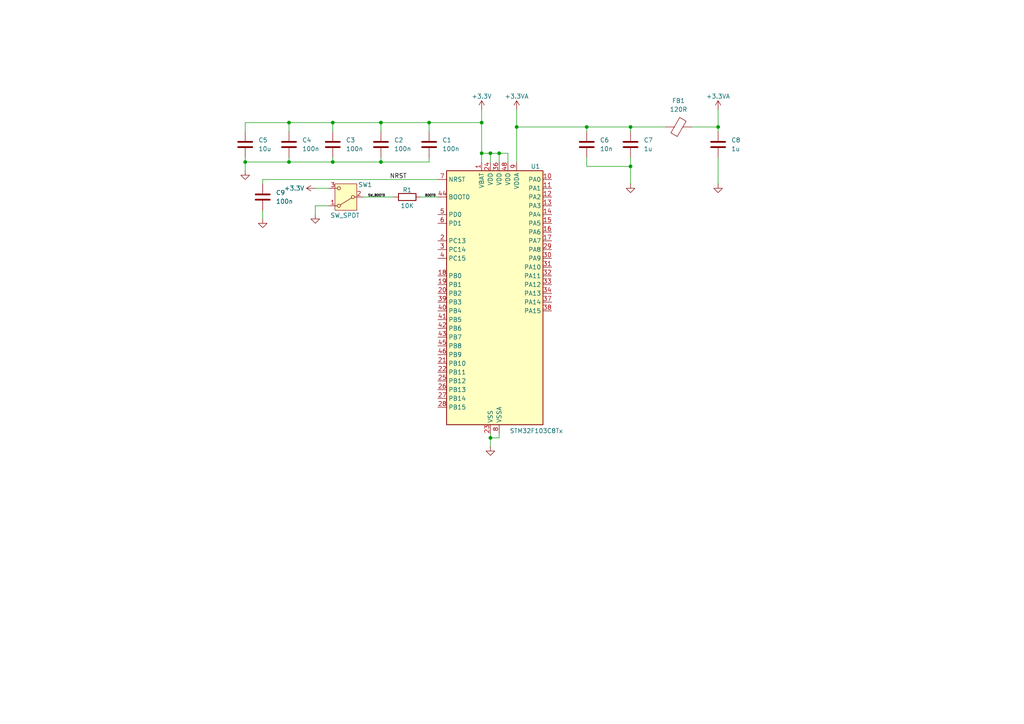
<source format=kicad_sch>
(kicad_sch (version 20231120) (generator "eeschema") (generator_version "8.0")
  (paper "A4")
  (lib_symbols
    (symbol "Device:C" (pin_numbers hide) (pin_names (offset 0.254))
      (property "Reference" "C" (at 0.635 2.54 0))
      (property "Value" "C" (at 0.635 -2.54 0))
      (symbol "C_0_1"
        (polyline (pts (xy -2.032 -0.762) (xy 2.032 -0.762)) (stroke (width 0.508)))
        (polyline (pts (xy -2.032 0.762) (xy 2.032 0.762)) (stroke (width 0.508)))
      )
      (symbol "C_1_1"
        (pin passive line (at 0 3.81 270) (length 2.794) (name "~") (number "1"))
        (pin passive line (at 0 -3.81 90) (length 2.794) (name "~") (number "2"))
      )
    )
    (symbol "Device:FerriteBead" (pin_numbers hide) (pin_names (offset 0))
      (property "Reference" "FB" (at -3.81 0.635 90))
      (property "Value" "FerriteBead" (at 3.81 0 90))
      (symbol "FerriteBead_0_1"
        (polyline (pts (xy 0 -1.27) (xy 0 -1.2192)))
        (polyline (pts (xy 0 1.27) (xy 0 1.2954)))
        (polyline (pts (xy -2.7686 0.4064) (xy -1.7018 2.2606) (xy 2.7686 -0.3048) (xy 1.6764 -2.159) (xy -2.7686 0.4064)))
      )
      (symbol "FerriteBead_1_1"
        (pin passive line (at 0 3.81 270) (length 2.54) (name "~") (number "1"))
        (pin passive line (at 0 -3.81 90) (length 2.54) (name "~") (number "2"))
      )
    )
    (symbol "Device:R" (pin_numbers hide) (pin_names (offset 0))
      (property "Reference" "R" (at 2.032 0 90))
      (property "Value" "R" (at 0 0 90))
      (symbol "R_0_1"
        (rectangle (start -1.016 -2.54) (end 1.016 2.54) (stroke (width 0.254)))
      )
      (symbol "R_1_1"
        (pin passive line (at 0 3.81 270) (length 1.27) (name "~") (number "1"))
        (pin passive line (at 0 -3.81 90) (length 1.27) (name "~") (number "2"))
      )
    )
    (symbol "MCU_ST_STM32F1:STM32F103C8Tx"
      (property "Reference" "U" (at -12.7 39.37 0))
      (property "Value" "STM32F103C8Tx" (at 10.16 39.37 0))
      (symbol "STM32F103C8Tx_0_1"
        (rectangle (start -12.7 -35.56) (end 15.24 38.1) (stroke (width 0.254)) (fill (type background)))
      )
      (symbol "STM32F103C8Tx_1_1"
        (pin power_in line (at -2.54 40.64 270) (length 2.54) (name "VBAT") (number "1"))
        (pin bidirectional line (at 17.78 35.56 180) (length 2.54) (name "PA0") (number "10"))
        (pin bidirectional line (at 17.78 33.02 180) (length 2.54) (name "PA1") (number "11"))
        (pin bidirectional line (at 17.78 30.48 180) (length 2.54) (name "PA2") (number "12"))
        (pin bidirectional line (at 17.78 27.94 180) (length 2.54) (name "PA3") (number "13"))
        (pin bidirectional line (at 17.78 25.4 180) (length 2.54) (name "PA4") (number "14"))
        (pin bidirectional line (at 17.78 22.86 180) (length 2.54) (name "PA5") (number "15"))
        (pin bidirectional line (at 17.78 20.32 180) (length 2.54) (name "PA6") (number "16"))
        (pin bidirectional line (at 17.78 17.78 180) (length 2.54) (name "PA7") (number "17"))
        (pin bidirectional line (at -15.24 7.62 0) (length 2.54) (name "PB0") (number "18"))
        (pin bidirectional line (at -15.24 5.08 0) (length 2.54) (name "PB1") (number "19"))
        (pin bidirectional line (at -15.24 17.78 0) (length 2.54) (name "PC13") (number "2"))
        (pin bidirectional line (at -15.24 2.54 0) (length 2.54) (name "PB2") (number "20"))
        (pin bidirectional line (at -15.24 -17.78 0) (length 2.54) (name "PB10") (number "21"))
        (pin bidirectional line (at -15.24 -20.32 0) (length 2.54) (name "PB11") (number "22"))
        (pin power_in line (at 0 -38.1 90) (length 2.54) (name "VSS") (number "23"))
        (pin power_in line (at 0 40.64 270) (length 2.54) (name "VDD") (number "24"))
        (pin bidirectional line (at -15.24 -22.86 0) (length 2.54) (name "PB12") (number "25"))
        (pin bidirectional line (at -15.24 -25.4 0) (length 2.54) (name "PB13") (number "26"))
        (pin bidirectional line (at -15.24 -27.94 0) (length 2.54) (name "PB14") (number "27"))
        (pin bidirectional line (at -15.24 -30.48 0) (length 2.54) (name "PB15") (number "28"))
        (pin bidirectional line (at 17.78 15.24 180) (length 2.54) (name "PA8") (number "29"))
        (pin bidirectional line (at -15.24 15.24 0) (length 2.54) (name "PC14") (number "3"))
        (pin bidirectional line (at 17.78 12.7 180) (length 2.54) (name "PA9") (number "30"))
        (pin bidirectional line (at 17.78 10.16 180) (length 2.54) (name "PA10") (number "31"))
        (pin bidirectional line (at 17.78 7.62 180) (length 2.54) (name "PA11") (number "32"))
        (pin bidirectional line (at 17.78 5.08 180) (length 2.54) (name "PA12") (number "33"))
        (pin bidirectional line (at 17.78 2.54 180) (length 2.54) (name "PA13") (number "34"))
        (pin passive line (at 0 -38.1 90) (length 2.54) hide (name "VSS") (number "35"))
        (pin power_in line (at 2.54 40.64 270) (length 2.54) (name "VDD") (number "36"))
        (pin bidirectional line (at 17.78 0 180) (length 2.54) (name "PA14") (number "37"))
        (pin bidirectional line (at 17.78 -2.54 180) (length 2.54) (name "PA15") (number "38"))
        (pin bidirectional line (at -15.24 0 0) (length 2.54) (name "PB3") (number "39"))
        (pin bidirectional line (at -15.24 12.7 0) (length 2.54) (name "PC15") (number "4"))
        (pin bidirectional line (at -15.24 -2.54 0) (length 2.54) (name "PB4") (number "40"))
        (pin bidirectional line (at -15.24 -5.08 0) (length 2.54) (name "PB5") (number "41"))
        (pin bidirectional line (at -15.24 -7.62 0) (length 2.54) (name "PB6") (number "42"))
        (pin bidirectional line (at -15.24 -10.16 0) (length 2.54) (name "PB7") (number "43"))
        (pin input line (at -15.24 30.48 0) (length 2.54) (name "BOOT0") (number "44"))
        (pin bidirectional line (at -15.24 -12.7 0) (length 2.54) (name "PB8") (number "45"))
        (pin bidirectional line (at -15.24 -15.24 0) (length 2.54) (name "PB9") (number "46"))
        (pin passive line (at 0 -38.1 90) (length 2.54) hide (name "VSS") (number "47"))
        (pin power_in line (at 5.08 40.64 270) (length 2.54) (name "VDD") (number "48"))
        (pin bidirectional line (at -15.24 25.4 0) (length 2.54) (name "PD0") (number "5"))
        (pin bidirectional line (at -15.24 22.86 0) (length 2.54) (name "PD1") (number "6"))
        (pin input line (at -15.24 35.56 0) (length 2.54) (name "NRST") (number "7"))
        (pin power_in line (at 2.54 -38.1 90) (length 2.54) (name "VSSA") (number "8"))
        (pin power_in line (at 7.62 40.64 270) (length 2.54) (name "VDDA") (number "9"))
      )
    )
    (symbol "Switch:SW_SPDT" (pin_names (offset 0) hide)
      (property "Reference" "SW" (at 0 5.08 0))
      (property "Value" "SW_SPDT" (at 0 -5.08 0))
      (symbol "SW_SPDT_0_1"
        (circle (center -2.032 0) (radius 0.4572))
        (polyline (pts (xy -1.651 0.254) (xy 1.651 2.286)))
        (circle (center 2.032 -2.54) (radius 0.4572))
        (circle (center 2.032 2.54) (radius 0.4572))
      )
      (symbol "SW_SPDT_1_1"
        (rectangle (start -3.175 3.81) (end 3.175 -3.81) (fill (type background)))
        (pin passive line (at 5.08 2.54 180) (length 2.54) (name "A") (number "1"))
        (pin passive line (at -5.08 0 0) (length 2.54) (name "B") (number "2"))
        (pin passive line (at 5.08 -2.54 180) (length 2.54) (name "C") (number "3"))
      )
    )
    (symbol "power:+3.3V" (power) (pin_numbers hide) (pin_names (offset 0) hide)
      (property "Value" "+3.3V" (at 0 3.556 0))
      (symbol "+3.3V_0_1"
        (polyline (pts (xy -0.762 1.27) (xy 0 2.54)))
        (polyline (pts (xy 0 0) (xy 0 2.54)))
        (polyline (pts (xy 0 2.54) (xy 0.762 1.27)))
      )
      (symbol "+3.3V_1_1"
        (pin power_in line (at 0 0 90) (length 0) (name "~") (number "1"))
      )
    )
    (symbol "power:GND" (power) (pin_numbers hide) (pin_names (offset 0) hide)
      (property "Value" "GND" (at 0 -3.81 0))
      (symbol "GND_0_1"
        (polyline (pts (xy 0 0) (xy 0 -1.27) (xy 1.27 -1.27) (xy 0 -2.54) (xy -1.27 -1.27) (xy 0 -1.27)))
      )
      (symbol "GND_1_1"
        (pin power_in line (at 0 0 270) (length 0) (name "~") (number "1"))
      )
    )
  )
  (junction (at 124.46 35.56))
  (junction (at 142.24 127))
  (junction (at 182.88 36.83))
  (junction (at 149.86 36.83))
  (junction (at 142.24 44.45))
  (junction (at 139.7 35.56))
  (junction (at 170.18 36.83))
  (junction (at 71.12 46.99))
  (junction (at 110.49 46.99))
  (junction (at 83.82 35.56))
  (junction (at 208.28 36.83))
  (junction (at 144.78 44.45))
  (junction (at 139.7 44.45))
  (junction (at 83.82 46.99))
  (junction (at 182.88 48.26))
  (junction (at 96.52 35.56))
  (junction (at 110.49 35.56))
  (junction (at 96.52 46.99))
  (wire (pts (xy 139.7 44.45) (xy 139.7 46.99)))
  (wire (pts (xy 144.78 127) (xy 142.24 127)))
  (wire (pts (xy 142.24 125.73) (xy 142.24 127)))
  (wire (pts (xy 208.28 36.83) (xy 208.28 38.1)))
  (wire (pts (xy 142.24 44.45) (xy 144.78 44.45)))
  (wire (pts (xy 208.28 31.75) (xy 208.28 36.83)))
  (wire (pts (xy 110.49 35.56) (xy 124.46 35.56)))
  (wire (pts (xy 170.18 45.72) (xy 170.18 48.26)))
  (wire (pts (xy 182.88 48.26) (xy 182.88 45.72)))
  (wire (pts (xy 110.49 35.56) (xy 110.49 38.1)))
  (wire (pts (xy 96.52 46.99) (xy 110.49 46.99)))
  (wire (pts (xy 71.12 38.1) (xy 71.12 35.56)))
  (wire (pts (xy 144.78 44.45) (xy 147.32 44.45)))
  (wire (pts (xy 105.41 57.15) (xy 114.3 57.15)))
  (wire (pts (xy 124.46 46.99) (xy 124.46 45.72)))
  (wire (pts (xy 121.92 57.15) (xy 127 57.15)))
  (wire (pts (xy 182.88 48.26) (xy 182.88 53.34)))
  (wire (pts (xy 170.18 36.83) (xy 182.88 36.83)))
  (wire (pts (xy 142.24 44.45) (xy 142.24 46.99)))
  (wire (pts (xy 200.66 36.83) (xy 208.28 36.83)))
  (wire (pts (xy 147.32 44.45) (xy 147.32 46.99)))
  (wire (pts (xy 76.2 52.07) (xy 127 52.07)))
  (wire (pts (xy 170.18 36.83) (xy 170.18 38.1)))
  (wire (pts (xy 124.46 35.56) (xy 139.7 35.56)))
  (wire (pts (xy 182.88 36.83) (xy 182.88 38.1)))
  (wire (pts (xy 144.78 125.73) (xy 144.78 127)))
  (wire (pts (xy 96.52 35.56) (xy 110.49 35.56)))
  (wire (pts (xy 149.86 36.83) (xy 149.86 46.99)))
  (wire (pts (xy 91.44 59.69) (xy 91.44 62.23)))
  (wire (pts (xy 96.52 45.72) (xy 96.52 46.99)))
  (wire (pts (xy 142.24 127) (xy 142.24 129.54)))
  (wire (pts (xy 149.86 31.75) (xy 149.86 36.83)))
  (wire (pts (xy 76.2 60.96) (xy 76.2 63.5)))
  (wire (pts (xy 96.52 35.56) (xy 96.52 38.1)))
  (wire (pts (xy 83.82 35.56) (xy 96.52 35.56)))
  (wire (pts (xy 71.12 35.56) (xy 83.82 35.56)))
  (wire (pts (xy 83.82 45.72) (xy 83.82 46.99)))
  (wire (pts (xy 83.82 46.99) (xy 71.12 46.99)))
  (wire (pts (xy 139.7 35.56) (xy 139.7 44.45)))
  (wire (pts (xy 144.78 44.45) (xy 144.78 46.99)))
  (wire (pts (xy 83.82 35.56) (xy 83.82 38.1)))
  (wire (pts (xy 71.12 46.99) (xy 71.12 49.53)))
  (wire (pts (xy 110.49 46.99) (xy 124.46 46.99)))
  (wire (pts (xy 139.7 44.45) (xy 142.24 44.45)))
  (wire (pts (xy 91.44 54.61) (xy 95.25 54.61)))
  (wire (pts (xy 71.12 45.72) (xy 71.12 46.99)))
  (wire (pts (xy 208.28 45.72) (xy 208.28 53.34)))
  (wire (pts (xy 182.88 36.83) (xy 193.04 36.83)))
  (wire (pts (xy 149.86 36.83) (xy 170.18 36.83)))
  (wire (pts (xy 91.44 59.69) (xy 95.25 59.69)))
  (wire (pts (xy 110.49 45.72) (xy 110.49 46.99)))
  (wire (pts (xy 170.18 48.26) (xy 182.88 48.26)))
  (wire (pts (xy 124.46 35.56) (xy 124.46 38.1)))
  (wire (pts (xy 76.2 53.34) (xy 76.2 52.07)))
  (wire (pts (xy 83.82 46.99) (xy 96.52 46.99)))
  (wire (pts (xy 139.7 35.56) (xy 139.7 31.75)))
  (label "NRST" (at 113.03 52.07 0))
  (label "BOOT0" (at 123.19 57.15 0) (effects (font (size 0.635 0.635))))
  (label "SW_BOOT0" (at 106.68 57.15 0) (effects (font (size 0.635 0.635))))
  (symbol (lib_id "power:+3.3V") (at 91.44 54.61 90) (unit 1)
    (property "Reference" "#PWR010" (effects (hide yes)))
    (property "Value" "+3.3V" (at 85.344 54.61 90))
    (property "Description" "Power symbol creates a global label with name \"+3.3V\"" (effects (hide yes)))
  )
  (symbol (lib_id "power:GND") (at 71.12 49.53 0) (unit 1)
    (property "Reference" "#PWR03" (effects (hide yes)))
    (property "Value" "GND" (effects (hide yes)))
    (property "Description" "Power symbol creates a global label with name \"GND\" , ground" (effects (hide yes)))
  )
  (symbol (lib_id "Device:C") (at 182.88 41.91 0) (unit 1)
    (property "Reference" "C7" (at 186.69 40.6399 0) (effects (justify left)))
    (property "Value" "1u" (at 186.69 43.1799 0) (effects (justify left)))
    (property "Description" "Unpolarized capacitor" (effects (hide yes)))
  )
  (symbol (lib_id "Device:C") (at 76.2 57.15 0) (unit 1)
    (property "Reference" "C9" (at 80.01 55.8799 0) (effects (justify left)))
    (property "Value" "100n" (at 80.01 58.4199 0) (effects (justify left)))
    (property "Description" "Unpolarized capacitor" (effects (hide yes)))
  )
  (symbol (lib_id "Switch:SW_SPDT") (at 100.33 57.15 180) (unit 1)
    (property "Reference" "SW1" (at 105.918 53.594 0))
    (property "Value" "SW_SPDT" (at 100.076 62.484 0))
    (property "Description" "Switch, single pole double throw" (effects (hide yes)))
  )
  (symbol (lib_id "power:GND") (at 142.24 129.54 0) (unit 1)
    (property "Reference" "#PWR01" (effects (hide yes)))
    (property "Value" "GND" (effects (hide yes)))
    (property "Description" "Power symbol creates a global label with name \"GND\" , ground" (effects (hide yes)))
  )
  (symbol (lib_id "Device:FerriteBead") (at 196.85 36.83 90) (unit 1)
    (property "Reference" "FB1" (at 196.7992 29.21 90))
    (property "Value" "120R" (at 196.7992 31.75 90))
    (property "Description" "Ferrite bead" (effects (hide yes)))
  )
  (symbol (lib_id "power:+3.3V") (at 208.28 31.75 0) (unit 1)
    (property "Reference" "#PWR07" (effects (hide yes)))
    (property "Value" "+3.3VA" (at 208.28 27.94 0))
    (property "Description" "Power symbol creates a global label with name \"+3.3V\"" (effects (hide yes)))
  )
  (symbol (lib_id "power:GND") (at 182.88 53.34 0) (unit 1)
    (property "Reference" "#PWR05" (effects (hide yes)))
    (property "Value" "GND" (effects (hide yes)))
    (property "Description" "Power symbol creates a global label with name \"GND\" , ground" (effects (hide yes)))
  )
  (symbol (lib_id "power:+3.3V") (at 149.86 31.75 0) (unit 1)
    (property "Reference" "#PWR04" (effects (hide yes)))
    (property "Value" "+3.3VA" (at 149.86 27.94 0))
    (property "Description" "Power symbol creates a global label with name \"+3.3V\"" (effects (hide yes)))
  )
  (symbol (lib_id "Device:R") (at 118.11 57.15 90) (unit 1)
    (property "Reference" "R1" (at 118.11 55.118 90))
    (property "Value" "10K" (at 118.11 59.69 90))
    (property "Description" "Resistor" (effects (hide yes)))
  )
  (symbol (lib_id "power:GND") (at 91.44 62.23 0) (unit 1)
    (property "Reference" "#PWR09" (effects (hide yes)))
    (property "Value" "GND" (effects (hide yes)))
    (property "Description" "Power symbol creates a global label with name \"GND\" , ground" (effects (hide yes)))
  )
  (symbol (lib_id "power:GND") (at 76.2 63.5 0) (unit 1)
    (property "Reference" "#PWR08" (effects (hide yes)))
    (property "Value" "GND" (effects (hide yes)))
    (property "Description" "Power symbol creates a global label with name \"GND\" , ground" (effects (hide yes)))
  )
  (symbol (lib_id "Device:C") (at 71.12 41.91 0) (unit 1)
    (property "Reference" "C5" (at 74.93 40.6399 0) (effects (justify left)))
    (property "Value" "10u" (at 74.93 43.1799 0) (effects (justify left)))
    (property "Description" "Unpolarized capacitor" (effects (hide yes)))
  )
  (symbol (lib_id "power:+3.3V") (at 139.7 31.75 0) (unit 1)
    (property "Reference" "#PWR02" (effects (hide yes)))
    (property "Value" "+3.3V" (at 139.7 27.94 0))
    (property "Description" "Power symbol creates a global label with name \"+3.3V\"" (effects (hide yes)))
  )
  (symbol (lib_id "MCU_ST_STM32F1:STM32F103C8Tx") (at 142.24 87.63 0) (unit 1)
    (property "Reference" "U1" (at 153.924 48.26 0) (effects (justify left)))
    (property "Value" "STM32F103C8Tx" (at 147.828 124.968 0) (effects (justify left)))
    (property "Footprint" "Package_QFP:LQFP-48_7x7mm_P0.5mm" (effects (hide yes)))
    (property "Datasheet" "https://www.st.com/resource/en/datasheet/stm32f103c8.pdf" (effects (hide yes)))
    (property "Description" "STMicroelectronics Arm Cortex-M3 MCU, 64KB flash, 20KB RAM, 72 MHz, 2.0-3.6V, 37 GPIO, LQFP48" (effects (hide yes)))
  )
  (symbol (lib_id "Device:C") (at 208.28 41.91 0) (unit 1)
    (property "Reference" "C8" (at 212.09 40.6399 0) (effects (justify left)))
    (property "Value" "1u" (at 212.09 43.1799 0) (effects (justify left)))
    (property "Description" "Unpolarized capacitor" (effects (hide yes)))
  )
  (symbol (lib_id "Device:C") (at 110.49 41.91 0) (unit 1)
    (property "Reference" "C2" (at 114.3 40.6399 0) (effects (justify left)))
    (property "Value" "100n" (at 114.3 43.1799 0) (effects (justify left)))
    (property "Description" "Unpolarized capacitor" (effects (hide yes)))
  )
  (symbol (lib_id "Device:C") (at 170.18 41.91 0) (unit 1)
    (property "Reference" "C6" (at 173.99 40.6399 0) (effects (justify left)))
    (property "Value" "10n" (at 173.99 43.1799 0) (effects (justify left)))
    (property "Description" "Unpolarized capacitor" (effects (hide yes)))
  )
  (symbol (lib_id "Device:C") (at 124.46 41.91 0) (unit 1)
    (property "Reference" "C1" (at 128.27 40.6399 0) (effects (justify left)))
    (property "Value" "100n" (at 128.27 43.1799 0) (effects (justify left)))
    (property "Description" "Unpolarized capacitor" (effects (hide yes)))
  )
  (symbol (lib_id "Device:C") (at 83.82 41.91 0) (unit 1)
    (property "Reference" "C4" (at 87.63 40.6399 0) (effects (justify left)))
    (property "Value" "100n" (at 87.63 43.1799 0) (effects (justify left)))
    (property "Description" "Unpolarized capacitor" (effects (hide yes)))
  )
  (symbol (lib_id "Device:C") (at 96.52 41.91 0) (unit 1)
    (property "Reference" "C3" (at 100.33 40.6399 0) (effects (justify left)))
    (property "Value" "100n" (at 100.33 43.1799 0) (effects (justify left)))
    (property "Description" "Unpolarized capacitor" (effects (hide yes)))
  )
  (symbol (lib_id "power:GND") (at 208.28 53.34 0) (unit 1)
    (property "Reference" "#PWR06" (effects (hide yes)))
    (property "Value" "GND" (effects (hide yes)))
    (property "Description" "Power symbol creates a global label with name \"GND\" , ground" (effects (hide yes)))
  )
)
</source>
